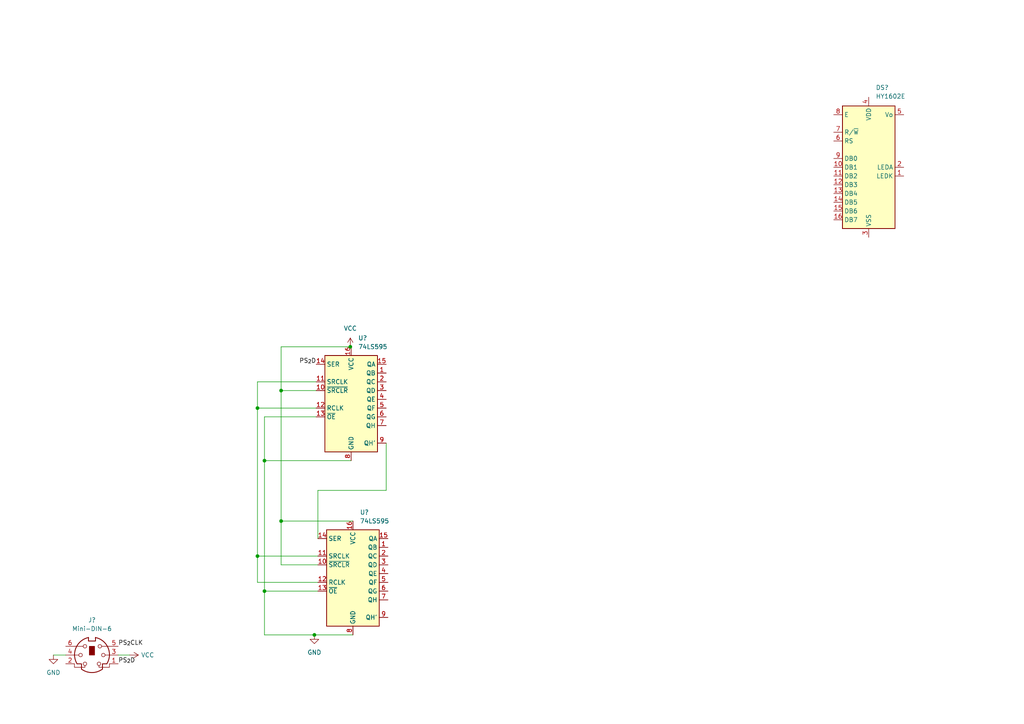
<source format=kicad_sch>
(kicad_sch (version 20211123) (generator eeschema)
  (paper "A4")
  (lib_symbols
    (symbol "74xx:74LS595"
      (property "Reference" "U" (at -7.62 13.97 0))
      (property "Value" "74LS595" (at -7.62 -16.51 0))
      (symbol "74LS595_1_0"
        (pin tri_state line (at 10.16 7.62 180) (length 2.54) (name "QB") (number "1"))
        (pin input line (at -10.16 2.54 0) (length 2.54) (name "~{SRCLR}") (number "10"))
        (pin input line (at -10.16 5.08 0) (length 2.54) (name "SRCLK") (number "11"))
        (pin input line (at -10.16 -2.54 0) (length 2.54) (name "RCLK") (number "12"))
        (pin input line (at -10.16 -5.08 0) (length 2.54) (name "~{OE}") (number "13"))
        (pin input line (at -10.16 10.16 0) (length 2.54) (name "SER") (number "14"))
        (pin tri_state line (at 10.16 10.16 180) (length 2.54) (name "QA") (number "15"))
        (pin power_in line (at 0 15.24 270) (length 2.54) (name "VCC") (number "16"))
        (pin tri_state line (at 10.16 5.08 180) (length 2.54) (name "QC") (number "2"))
        (pin tri_state line (at 10.16 2.54 180) (length 2.54) (name "QD") (number "3"))
        (pin tri_state line (at 10.16 0 180) (length 2.54) (name "QE") (number "4"))
        (pin tri_state line (at 10.16 -2.54 180) (length 2.54) (name "QF") (number "5"))
        (pin tri_state line (at 10.16 -5.08 180) (length 2.54) (name "QG") (number "6"))
        (pin tri_state line (at 10.16 -7.62 180) (length 2.54) (name "QH") (number "7"))
        (pin power_in line (at 0 -17.78 90) (length 2.54) (name "GND") (number "8"))
        (pin output line (at 10.16 -12.7 180) (length 2.54) (name "QH'") (number "9"))
      )
      (symbol "74LS595_1_1"
        (rectangle (start -7.62 12.7) (end 7.62 -15.24) (stroke (width 0.254)) (fill (type background)))
      )
    )
    (symbol "Connector:Mini-DIN-6" (pin_names (offset 1.016))
      (property "Reference" "J" (at 0 6.35 0))
      (property "Value" "Mini-DIN-6" (at 0 -6.35 0))
      (symbol "Mini-DIN-6_0_1"
        (circle (center -3.302 0) (radius 0.508))
        (arc (start -3.048 -4.064) (mid 0 -5.08) (end 3.048 -4.064) (stroke (width 0.254)))
        (circle (center -2.032 -2.54) (radius 0.508))
        (circle (center -2.032 2.54) (radius 0.508))
        (arc (start -1.016 5.08) (mid -4.6243 2.1182) (end -4.318 -2.54) (stroke (width 0.254)))
        (rectangle (start -0.762 2.54) (end 0.762 0) (fill (type outline)))
        (polyline (pts (xy -3.81 0) (xy -5.08 0)))
        (polyline (pts (xy -2.54 2.54) (xy -5.08 2.54)))
        (polyline (pts (xy 2.794 2.54) (xy 5.08 2.54)))
        (polyline (pts (xy 5.08 0) (xy 3.81 0)))
        (polyline (pts (xy -4.318 -2.54) (xy -3.048 -2.54) (xy -3.048 -4.064)) (stroke (width 0.254)))
        (polyline (pts (xy 4.318 -2.54) (xy 3.048 -2.54) (xy 3.048 -4.064)) (stroke (width 0.254)))
        (polyline (pts (xy -2.032 -3.048) (xy -2.032 -3.556) (xy -5.08 -3.556) (xy -5.08 -2.54)))
        (polyline (pts (xy -1.016 5.08) (xy -1.016 4.064) (xy 1.016 4.064) (xy 1.016 5.08)) (stroke (width 0.254)))
        (polyline (pts (xy 2.032 -3.048) (xy 2.032 -3.556) (xy 5.08 -3.556) (xy 5.08 -2.54)))
        (circle (center 2.032 -2.54) (radius 0.508))
        (circle (center 2.286 2.54) (radius 0.508))
        (circle (center 3.302 0) (radius 0.508))
        (arc (start 4.318 -2.54) (mid 4.6646 2.1357) (end 1.016 5.08) (stroke (width 0.254)))
      )
      (symbol "Mini-DIN-6_1_1"
        (pin passive line (at 7.62 -2.54 180) (length 2.54) (name "~") (number "1"))
        (pin passive line (at -7.62 -2.54 0) (length 2.54) (name "~") (number "2"))
        (pin passive line (at 7.62 0 180) (length 2.54) (name "~") (number "3"))
        (pin passive line (at -7.62 0 0) (length 2.54) (name "~") (number "4"))
        (pin passive line (at 7.62 2.54 180) (length 2.54) (name "~") (number "5"))
        (pin passive line (at -7.62 2.54 0) (length 2.54) (name "~") (number "6"))
      )
    )
    (symbol "Display_Character:HY1602E"
      (property "Reference" "DS" (at -6.096 19.05 0))
      (property "Value" "HY1602E" (at 5.08 19.05 0))
      (symbol "HY1602E_0_1"
        (rectangle (start -7.62 17.78) (end 7.62 -17.78) (stroke (width 0.254)) (fill (type background)))
      )
      (symbol "HY1602E_1_1"
        (pin passive line (at 10.16 -2.54 180) (length 2.54) (name "LEDK") (number "1"))
        (pin bidirectional line (at -10.16 0 0) (length 2.54) (name "DB1") (number "10"))
        (pin bidirectional line (at -10.16 -2.54 0) (length 2.54) (name "DB2") (number "11"))
        (pin bidirectional line (at -10.16 -5.08 0) (length 2.54) (name "DB3") (number "12"))
        (pin bidirectional line (at -10.16 -7.62 0) (length 2.54) (name "DB4") (number "13"))
        (pin bidirectional line (at -10.16 -10.16 0) (length 2.54) (name "DB5") (number "14"))
        (pin bidirectional line (at -10.16 -12.7 0) (length 2.54) (name "DB6") (number "15"))
        (pin bidirectional line (at -10.16 -15.24 0) (length 2.54) (name "DB7") (number "16"))
        (pin passive line (at 10.16 0 180) (length 2.54) (name "LEDA") (number "2"))
        (pin power_in line (at 0 -20.32 90) (length 2.54) (name "VSS") (number "3"))
        (pin power_in line (at 0 20.32 270) (length 2.54) (name "VDD") (number "4"))
        (pin input line (at 10.16 15.24 180) (length 2.54) (name "Vo") (number "5"))
        (pin input line (at -10.16 7.62 0) (length 2.54) (name "RS") (number "6"))
        (pin input line (at -10.16 10.16 0) (length 2.54) (name "R/~{W}") (number "7"))
        (pin input line (at -10.16 15.24 0) (length 2.54) (name "E") (number "8"))
        (pin bidirectional line (at -10.16 2.54 0) (length 2.54) (name "DB0") (number "9"))
      )
    )
    (symbol "power:GND" (power) (pin_names (offset 0))
      (property "Value" "GND" (at 0 -3.81 0))
      (symbol "GND_0_1"
        (polyline (pts (xy 0 0) (xy 0 -1.27) (xy 1.27 -1.27) (xy 0 -2.54) (xy -1.27 -1.27) (xy 0 -1.27)))
      )
      (symbol "GND_1_1"
        (pin power_in line (at 0 0 270) (length 0) hide (name "GND") (number "1"))
      )
    )
    (symbol "power:VCC" (power) (pin_names (offset 0))
      (property "Value" "VCC" (at 0 3.81 0))
      (symbol "VCC_0_1"
        (polyline (pts (xy -0.762 1.27) (xy 0 2.54)))
        (polyline (pts (xy 0 0) (xy 0 2.54)))
        (polyline (pts (xy 0 2.54) (xy 0.762 1.27)))
      )
      (symbol "VCC_1_1"
        (pin power_in line (at 0 0 90) (length 0) hide (name "VCC") (number "1"))
      )
    )
  )
  (junction (at 76.708 171.45))
  (junction (at 91.186 184.15))
  (junction (at 74.676 118.364))
  (junction (at 81.534 151.13))
  (junction (at 81.534 113.284))
  (junction (at 74.676 161.29))
  (junction (at 101.6 100.584))
  (junction (at 76.708 133.604))
  (wire (pts (xy 91.694 113.284) (xy 81.534 113.284)))
  (wire (pts (xy 81.534 151.13) (xy 81.534 163.83)))
  (wire (pts (xy 102.362 151.13) (xy 81.534 151.13)))
  (wire (pts (xy 81.534 113.284) (xy 81.534 151.13)))
  (wire (pts (xy 91.186 184.15) (xy 76.708 184.15)))
  (wire (pts (xy 92.202 168.91) (xy 74.676 168.91)))
  (wire (pts (xy 91.694 118.364) (xy 74.676 118.364)))
  (wire (pts (xy 112.014 128.524) (xy 112.014 142.24)))
  (wire (pts (xy 102.362 184.15) (xy 91.186 184.15)))
  (wire (pts (xy 81.534 100.584) (xy 81.534 113.284)))
  (wire (pts (xy 76.708 133.604) (xy 101.854 133.604)))
  (wire (pts (xy 76.708 171.45) (xy 92.202 171.45)))
  (wire (pts (xy 74.676 161.29) (xy 74.676 168.91)))
  (wire (pts (xy 74.676 110.744) (xy 74.676 118.364)))
  (wire (pts (xy 74.676 118.364) (xy 74.676 161.29)))
  (wire (pts (xy 101.6 100.584) (xy 81.534 100.584)))
  (wire (pts (xy 101.854 100.584) (xy 101.6 100.584)))
  (wire (pts (xy 34.29 189.992) (xy 37.592 189.992)))
  (wire (pts (xy 76.708 171.45) (xy 76.708 184.15)))
  (wire (pts (xy 76.708 120.904) (xy 76.708 133.604)))
  (wire (pts (xy 91.694 110.744) (xy 74.676 110.744)))
  (wire (pts (xy 92.202 142.24) (xy 92.202 156.21)))
  (wire (pts (xy 81.534 163.83) (xy 92.202 163.83)))
  (wire (pts (xy 74.676 161.29) (xy 92.202 161.29)))
  (wire (pts (xy 76.708 133.604) (xy 76.708 171.45)))
  (wire (pts (xy 15.494 189.992) (xy 19.05 189.992)))
  (wire (pts (xy 112.014 142.24) (xy 92.202 142.24)))
  (wire (pts (xy 76.708 120.904) (xy 91.694 120.904)))
  (label "PS_{2}D" (at 34.29 192.532 0))
  (label "PS_{2}D" (at 91.694 105.664 180))
  (label "PS_{2}CLK" (at 34.29 187.452 0))
  (symbol (lib_id "Display_Character:HY1602E") (at 251.968 48.514 0) (unit 1)
    (property "Reference" "DS?" (at 253.9874 25.4 0) (effects (justify left)))
    (property "Value" "HY1602E" (at 253.9874 27.94 0) (effects (justify left)))
    (property "Footprint" "Display:HY1602E" (effects hide))
    (property "Datasheet" "http://www.icbank.com/data/ICBShop/board/HY1602E.pdf" (effects hide))
  )
  (symbol (lib_id "power:VCC") (at 101.6 100.584 0) (unit 1)
    (property "Reference" "#PWR?" (effects hide))
    (property "Value" "VCC" (at 101.6 95.25 0))
  )
  (symbol (lib_id "74xx:74LS595") (at 101.854 115.824 0) (unit 1)
    (property "Reference" "U?" (at 103.8734 98.044 0) (effects (justify left)))
    (property "Value" "74LS595" (at 103.8734 100.584 0) (effects (justify left)))
    (property "Datasheet" "http://www.ti.com/lit/gpn/sn74ls595" (effects hide))
  )
  (symbol (lib_id "power:GND") (at 91.186 184.15 0) (unit 1)
    (property "Reference" "#PWR?" (effects hide))
    (property "Value" "GND" (at 91.186 189.23 0))
  )
  (symbol (lib_id "power:GND") (at 15.494 189.992 0) (unit 1)
    (property "Reference" "#PWR?" (effects hide))
    (property "Value" "GND" (at 15.494 195.072 0))
  )
  (symbol (lib_id "power:VCC") (at 37.592 189.992 270) (unit 1)
    (property "Reference" "#PWR?" (effects hide))
    (property "Value" "VCC" (at 40.894 189.9919 90) (effects (justify left)))
  )
  (symbol (lib_id "Connector:Mini-DIN-6") (at 26.67 189.992 0) (unit 1)
    (property "Reference" "J?" (at 26.6877 179.832 0))
    (property "Value" "Mini-DIN-6" (at 26.6877 182.372 0))
    (property "Datasheet" "http://service.powerdynamics.com/ec/Catalog17/Section%2011.pdf" (effects hide))
  )
  (symbol (lib_id "74xx:74LS595") (at 102.362 166.37 0) (unit 1)
    (property "Reference" "U?" (at 104.3814 148.59 0) (effects (justify left)))
    (property "Value" "74LS595" (at 104.3814 151.13 0) (effects (justify left)))
    (property "Datasheet" "http://www.ti.com/lit/gpn/sn74ls595" (effects hide))
  )
)
</source>
